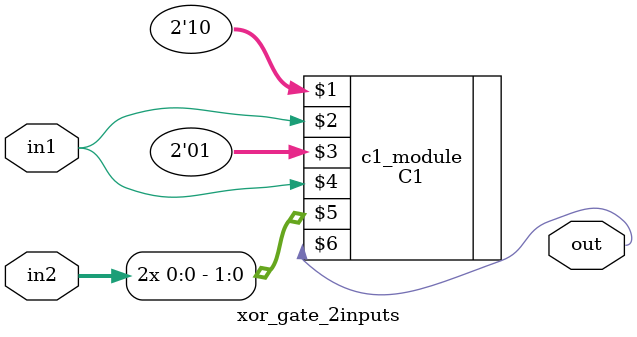
<source format=v>
module xor_gate_2inputs(out,in1,in2);
output out;
input in1,in2;
C1 c1_module(2'b10,in1,2'b01,in1,{in2,in2},out);
endmodule
//7
</source>
